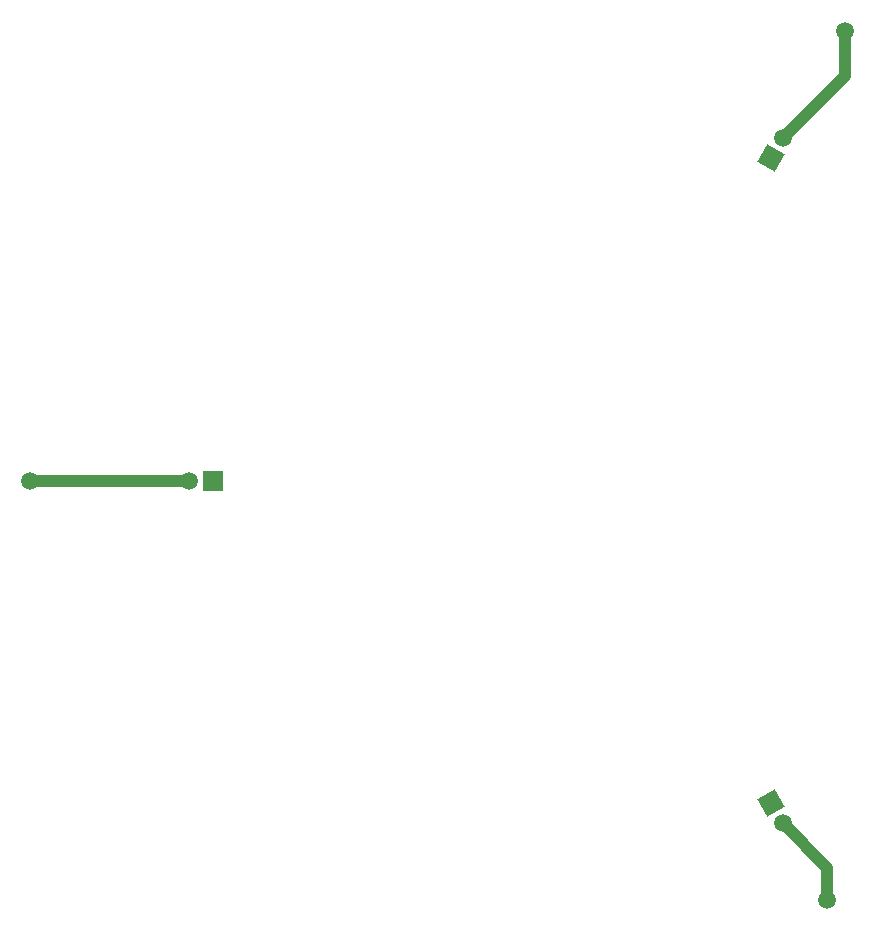
<source format=gbr>
%TF.GenerationSoftware,KiCad,Pcbnew,7.0.10*%
%TF.CreationDate,2024-02-11T22:46:02-05:00*%
%TF.ProjectId,bearing_outer_top,62656172-696e-4675-9f6f-757465725f74,rev?*%
%TF.SameCoordinates,Original*%
%TF.FileFunction,Copper,L1,Top*%
%TF.FilePolarity,Positive*%
%FSLAX46Y46*%
G04 Gerber Fmt 4.6, Leading zero omitted, Abs format (unit mm)*
G04 Created by KiCad (PCBNEW 7.0.10) date 2024-02-11 22:46:02*
%MOMM*%
%LPD*%
G01*
G04 APERTURE LIST*
G04 Aperture macros list*
%AMRotRect*
0 Rectangle, with rotation*
0 The origin of the aperture is its center*
0 $1 length*
0 $2 width*
0 $3 Rotation angle, in degrees counterclockwise*
0 Add horizontal line*
21,1,$1,$2,0,0,$3*%
G04 Aperture macros list end*
%TA.AperFunction,ComponentPad*%
%ADD10RotRect,1.700000X1.700000X300.000000*%
%TD*%
%TA.AperFunction,ComponentPad*%
%ADD11RotRect,1.700000X1.700000X60.000000*%
%TD*%
%TA.AperFunction,ComponentPad*%
%ADD12C,1.500000*%
%TD*%
%TA.AperFunction,ComponentPad*%
%ADD13R,1.700000X1.700000*%
%TD*%
%TA.AperFunction,Conductor*%
%ADD14C,1.000000*%
%TD*%
G04 APERTURE END LIST*
D10*
%TO.P,J103,1,Pin_1*%
%TO.N,unconnected-(J103-Pin_1-Pad1)*%
X65750000Y-77280000D03*
%TD*%
D11*
%TO.P,J102,1,Pin_1*%
%TO.N,unconnected-(J102-Pin_1-Pad1)*%
X65750000Y-22720000D03*
%TD*%
D12*
%TO.P,J104,1,Pin_1*%
%TO.N,Net-(J104-Pin_1)*%
X16500000Y-50000000D03*
%TD*%
%TO.P,J107,1,Pin_1*%
%TO.N,Net-(J104-Pin_1)*%
X3000000Y-50000000D03*
%TD*%
%TO.P,J109,1,Pin_1*%
%TO.N,Net-(J106-Pin_1)*%
X70500000Y-85507000D03*
%TD*%
%TO.P,J105,1,Pin_1*%
%TO.N,Net-(J105-Pin_1)*%
X66750000Y-20988000D03*
%TD*%
%TO.P,J108,1,Pin_1*%
%TO.N,Net-(J105-Pin_1)*%
X72000000Y-11895000D03*
%TD*%
D13*
%TO.P,J101,1,Pin_1*%
%TO.N,unconnected-(J101-Pin_1-Pad1)*%
X18500000Y-50000000D03*
%TD*%
D12*
%TO.P,J106,1,Pin_1*%
%TO.N,Net-(J106-Pin_1)*%
X66750000Y-79012000D03*
%TD*%
D14*
%TO.N,Net-(J104-Pin_1)*%
X3000000Y-50000000D02*
X16500000Y-50000000D01*
%TO.N,Net-(J105-Pin_1)*%
X72000000Y-11895000D02*
X72000000Y-15738000D01*
X72000000Y-15738000D02*
X66750000Y-20988000D01*
%TO.N,Net-(J106-Pin_1)*%
X70500000Y-85507000D02*
X70500000Y-82762000D01*
X70500000Y-82762000D02*
X66750000Y-79012000D01*
%TD*%
M02*

</source>
